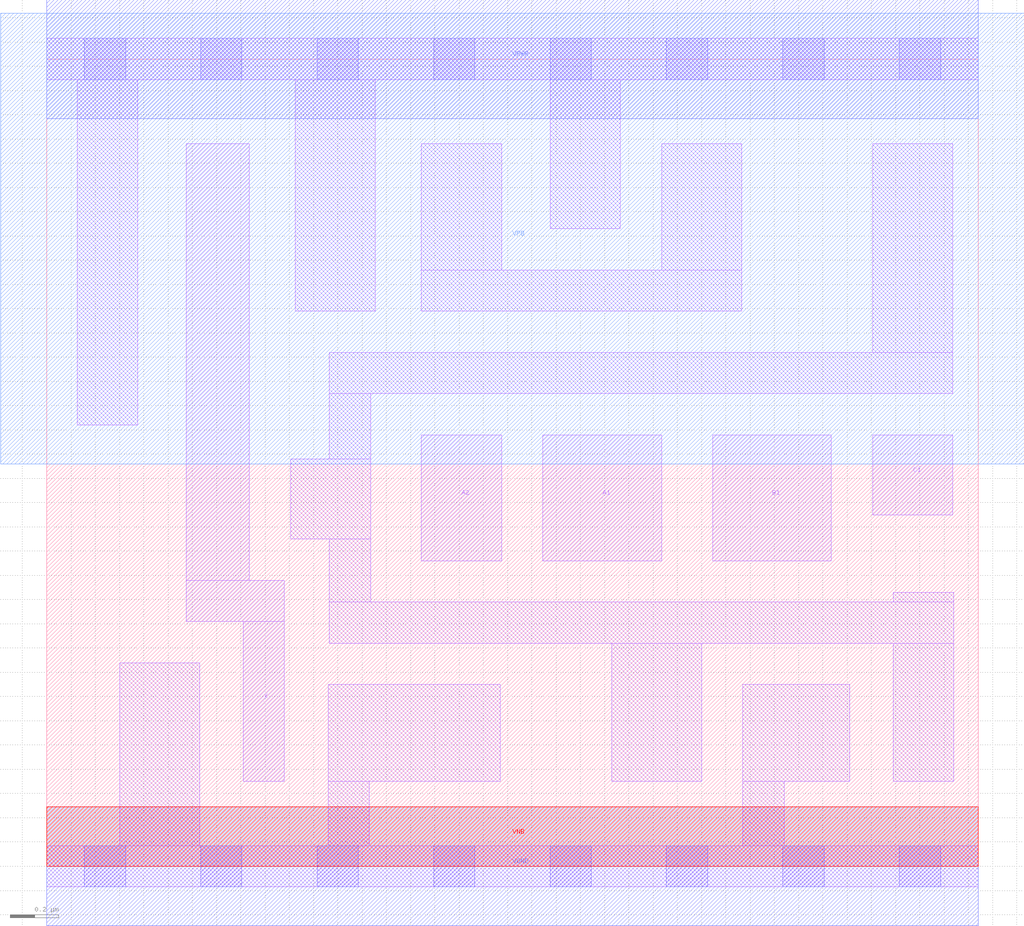
<source format=lef>
# Copyright 2020 The SkyWater PDK Authors
#
# Licensed under the Apache License, Version 2.0 (the "License");
# you may not use this file except in compliance with the License.
# You may obtain a copy of the License at
#
#     https://www.apache.org/licenses/LICENSE-2.0
#
# Unless required by applicable law or agreed to in writing, software
# distributed under the License is distributed on an "AS IS" BASIS,
# WITHOUT WARRANTIES OR CONDITIONS OF ANY KIND, either express or implied.
# See the License for the specific language governing permissions and
# limitations under the License.
#
# SPDX-License-Identifier: Apache-2.0

VERSION 5.7 ;
  NOWIREEXTENSIONATPIN ON ;
  DIVIDERCHAR "/" ;
  BUSBITCHARS "[]" ;
MACRO sky130_fd_sc_ms__a211o_2
  CLASS CORE ;
  FOREIGN sky130_fd_sc_ms__a211o_2 ;
  ORIGIN  0.000000  0.000000 ;
  SIZE  3.840000 BY  3.330000 ;
  SYMMETRY X Y ;
  SITE unit ;
  PIN A1
    ANTENNAGATEAREA  0.291000 ;
    DIRECTION INPUT ;
    USE SIGNAL ;
    PORT
      LAYER li1 ;
        RECT 2.045000 1.260000 2.535000 1.780000 ;
    END
  END A1
  PIN A2
    ANTENNAGATEAREA  0.291000 ;
    DIRECTION INPUT ;
    USE SIGNAL ;
    PORT
      LAYER li1 ;
        RECT 1.545000 1.260000 1.875000 1.780000 ;
    END
  END A2
  PIN B1
    ANTENNAGATEAREA  0.291000 ;
    DIRECTION INPUT ;
    USE SIGNAL ;
    PORT
      LAYER li1 ;
        RECT 2.745000 1.260000 3.235000 1.780000 ;
    END
  END B1
  PIN C1
    ANTENNAGATEAREA  0.291000 ;
    DIRECTION INPUT ;
    USE SIGNAL ;
    PORT
      LAYER li1 ;
        RECT 3.405000 1.450000 3.735000 1.780000 ;
    END
  END C1
  PIN X
    ANTENNADIFFAREA  0.509600 ;
    DIRECTION OUTPUT ;
    USE SIGNAL ;
    PORT
      LAYER li1 ;
        RECT 0.575000 1.010000 0.980000 1.180000 ;
        RECT 0.575000 1.180000 0.835000 2.980000 ;
        RECT 0.810000 0.350000 0.980000 1.010000 ;
    END
  END X
  PIN VGND
    DIRECTION INOUT ;
    USE GROUND ;
    PORT
      LAYER met1 ;
        RECT 0.000000 -0.245000 3.840000 0.245000 ;
    END
  END VGND
  PIN VNB
    DIRECTION INOUT ;
    USE GROUND ;
    PORT
      LAYER pwell ;
        RECT 0.000000 0.000000 3.840000 0.245000 ;
    END
  END VNB
  PIN VPB
    DIRECTION INOUT ;
    USE POWER ;
    PORT
      LAYER nwell ;
        RECT -0.190000 1.660000 4.030000 3.520000 ;
    END
  END VPB
  PIN VPWR
    DIRECTION INOUT ;
    USE POWER ;
    PORT
      LAYER met1 ;
        RECT 0.000000 3.085000 3.840000 3.575000 ;
    END
  END VPWR
  OBS
    LAYER li1 ;
      RECT 0.000000 -0.085000 3.840000 0.085000 ;
      RECT 0.000000  3.245000 3.840000 3.415000 ;
      RECT 0.125000  1.820000 0.375000 3.245000 ;
      RECT 0.300000  0.085000 0.630000 0.840000 ;
      RECT 1.005000  1.350000 1.335000 1.680000 ;
      RECT 1.025000  2.290000 1.355000 3.245000 ;
      RECT 1.160000  0.085000 1.330000 0.350000 ;
      RECT 1.160000  0.350000 1.870000 0.750000 ;
      RECT 1.165000  0.920000 3.740000 1.090000 ;
      RECT 1.165000  1.090000 1.335000 1.350000 ;
      RECT 1.165000  1.680000 1.335000 1.950000 ;
      RECT 1.165000  1.950000 3.735000 2.120000 ;
      RECT 1.545000  2.290000 2.865000 2.460000 ;
      RECT 1.545000  2.460000 1.875000 2.980000 ;
      RECT 2.075000  2.630000 2.365000 3.245000 ;
      RECT 2.330000  0.350000 2.700000 0.920000 ;
      RECT 2.535000  2.460000 2.865000 2.980000 ;
      RECT 2.870000  0.085000 3.040000 0.350000 ;
      RECT 2.870000  0.350000 3.310000 0.750000 ;
      RECT 3.405000  2.120000 3.735000 2.980000 ;
      RECT 3.490000  0.350000 3.740000 0.920000 ;
      RECT 3.490000  1.090000 3.740000 1.130000 ;
    LAYER mcon ;
      RECT 0.155000 -0.085000 0.325000 0.085000 ;
      RECT 0.155000  3.245000 0.325000 3.415000 ;
      RECT 0.635000 -0.085000 0.805000 0.085000 ;
      RECT 0.635000  3.245000 0.805000 3.415000 ;
      RECT 1.115000 -0.085000 1.285000 0.085000 ;
      RECT 1.115000  3.245000 1.285000 3.415000 ;
      RECT 1.595000 -0.085000 1.765000 0.085000 ;
      RECT 1.595000  3.245000 1.765000 3.415000 ;
      RECT 2.075000 -0.085000 2.245000 0.085000 ;
      RECT 2.075000  3.245000 2.245000 3.415000 ;
      RECT 2.555000 -0.085000 2.725000 0.085000 ;
      RECT 2.555000  3.245000 2.725000 3.415000 ;
      RECT 3.035000 -0.085000 3.205000 0.085000 ;
      RECT 3.035000  3.245000 3.205000 3.415000 ;
      RECT 3.515000 -0.085000 3.685000 0.085000 ;
      RECT 3.515000  3.245000 3.685000 3.415000 ;
  END
END sky130_fd_sc_ms__a211o_2
END LIBRARY

</source>
